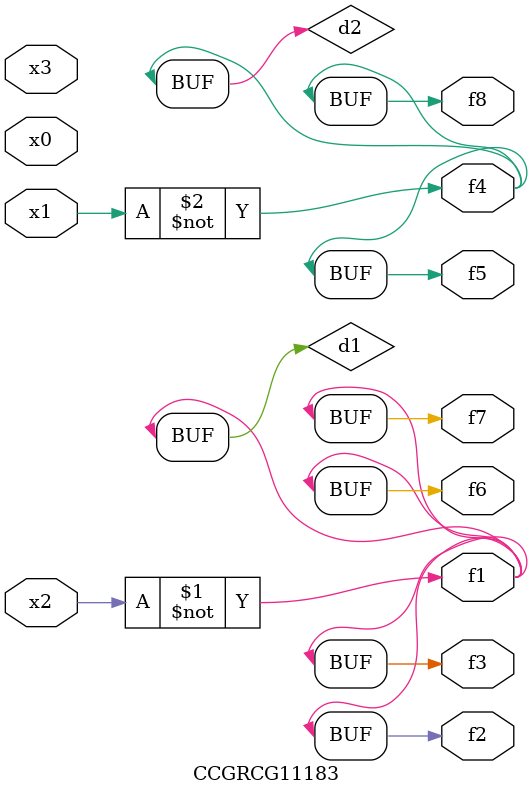
<source format=v>
module CCGRCG11183(
	input x0, x1, x2, x3,
	output f1, f2, f3, f4, f5, f6, f7, f8
);

	wire d1, d2;

	xnor (d1, x2);
	not (d2, x1);
	assign f1 = d1;
	assign f2 = d1;
	assign f3 = d1;
	assign f4 = d2;
	assign f5 = d2;
	assign f6 = d1;
	assign f7 = d1;
	assign f8 = d2;
endmodule

</source>
